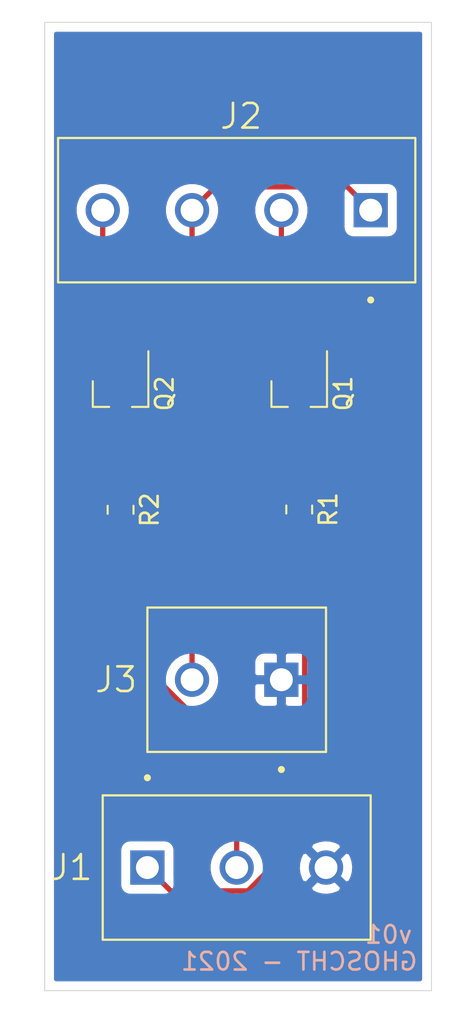
<source format=kicad_pcb>
(kicad_pcb (version 20171130) (host pcbnew "(5.1.10)-1")

  (general
    (thickness 1.6)
    (drawings 6)
    (tracks 20)
    (zones 0)
    (modules 7)
    (nets 9)
  )

  (page A4)
  (title_block
    (title "LED Module")
    (date 2021-08-19)
    (rev v01)
    (comment 4 "Author: GHOSCHT")
  )

  (layers
    (0 F.Cu signal)
    (31 B.Cu signal)
    (32 B.Adhes user)
    (33 F.Adhes user)
    (34 B.Paste user)
    (35 F.Paste user)
    (36 B.SilkS user)
    (37 F.SilkS user)
    (38 B.Mask user)
    (39 F.Mask user)
    (40 Dwgs.User user)
    (41 Cmts.User user)
    (42 Eco1.User user)
    (43 Eco2.User user)
    (44 Edge.Cuts user)
    (45 Margin user)
    (46 B.CrtYd user)
    (47 F.CrtYd user)
    (48 B.Fab user)
    (49 F.Fab user)
  )

  (setup
    (last_trace_width 0.25)
    (user_trace_width 0.3)
    (trace_clearance 0.2)
    (zone_clearance 0.508)
    (zone_45_only no)
    (trace_min 0.2)
    (via_size 0.8)
    (via_drill 0.4)
    (via_min_size 0.4)
    (via_min_drill 0.3)
    (uvia_size 0.3)
    (uvia_drill 0.1)
    (uvias_allowed no)
    (uvia_min_size 0.2)
    (uvia_min_drill 0.1)
    (edge_width 0.05)
    (segment_width 0.2)
    (pcb_text_width 0.3)
    (pcb_text_size 1.5 1.5)
    (mod_edge_width 0.12)
    (mod_text_size 1 1)
    (mod_text_width 0.15)
    (pad_size 1.524 1.524)
    (pad_drill 0.762)
    (pad_to_mask_clearance 0)
    (aux_axis_origin 0 0)
    (visible_elements 7FFFFFFF)
    (pcbplotparams
      (layerselection 0x010fc_ffffffff)
      (usegerberextensions false)
      (usegerberattributes true)
      (usegerberadvancedattributes true)
      (creategerberjobfile true)
      (excludeedgelayer true)
      (linewidth 0.100000)
      (plotframeref false)
      (viasonmask false)
      (mode 1)
      (useauxorigin false)
      (hpglpennumber 1)
      (hpglpenspeed 20)
      (hpglpendiameter 15.000000)
      (psnegative false)
      (psa4output false)
      (plotreference true)
      (plotvalue true)
      (plotinvisibletext false)
      (padsonsilk false)
      (subtractmaskfromsilk false)
      (outputformat 1)
      (mirror false)
      (drillshape 1)
      (scaleselection 1)
      (outputdirectory ""))
  )

  (net 0 "")
  (net 1 "Net-(Q1-Pad1)")
  (net 2 "Net-(Q2-Pad1)")
  (net 3 SIG1)
  (net 4 SIG2)
  (net 5 GND)
  (net 6 VCC)
  (net 7 LED1N)
  (net 8 LED2N)

  (net_class Default "This is the default net class."
    (clearance 0.2)
    (trace_width 0.25)
    (via_dia 0.8)
    (via_drill 0.4)
    (uvia_dia 0.3)
    (uvia_drill 0.1)
    (add_net GND)
    (add_net LED1N)
    (add_net LED2N)
    (add_net "Net-(Q1-Pad1)")
    (add_net "Net-(Q2-Pad1)")
    (add_net SIG1)
    (add_net SIG2)
    (add_net VCC)
  )

  (module CUI_TB006-508-03BE:CUI_TB006-508-03BE (layer F.Cu) (tedit 6113F46A) (tstamp 611C5DC1)
    (at 142.494 94.742)
    (path /611C0292)
    (fp_text reference J1 (at -4.318 0) (layer F.SilkS)
      (effects (font (size 1.4 1.4) (thickness 0.15)))
    )
    (fp_text value Screw_Terminal_01x03 (at 4.826 5.842) (layer F.Fab)
      (effects (font (size 1.4 1.4) (thickness 0.15)))
    )
    (fp_circle (center 0 -5.1) (end 0.1 -5.1) (layer F.Fab) (width 0.2))
    (fp_circle (center 0 -5.1) (end 0.1 -5.1) (layer F.SilkS) (width 0.2))
    (fp_line (start 12.95 -4.35) (end 12.95 4.35) (layer F.CrtYd) (width 0.05))
    (fp_line (start -2.79 4.35) (end -2.79 -4.35) (layer F.CrtYd) (width 0.05))
    (fp_line (start 12.95 4.35) (end -2.79 4.35) (layer F.CrtYd) (width 0.05))
    (fp_line (start -2.79 -4.35) (end 12.95 -4.35) (layer F.CrtYd) (width 0.05))
    (fp_line (start 12.7 4.1) (end -2.54 4.1) (layer F.SilkS) (width 0.127))
    (fp_line (start -2.54 -4.1) (end 12.7 -4.1) (layer F.SilkS) (width 0.127))
    (fp_line (start 12.7 -4.1) (end 12.7 4.1) (layer F.SilkS) (width 0.127))
    (fp_line (start -2.54 4.1) (end -2.54 -4.1) (layer F.SilkS) (width 0.127))
    (fp_line (start 12.7 4.1) (end -2.54 4.1) (layer F.Fab) (width 0.127))
    (fp_line (start 12.7 -4.1) (end 12.7 4.1) (layer F.Fab) (width 0.127))
    (fp_line (start -2.54 -4.1) (end 12.7 -4.1) (layer F.Fab) (width 0.127))
    (fp_line (start -2.54 4.1) (end -2.54 -4.1) (layer F.Fab) (width 0.127))
    (pad 1 thru_hole rect (at 0 0) (size 1.95 1.95) (drill 1.3) (layers *.Cu *.Mask)
      (net 3 SIG1))
    (pad 2 thru_hole circle (at 5.08 0) (size 1.95 1.95) (drill 1.3) (layers *.Cu *.Mask)
      (net 4 SIG2))
    (pad 3 thru_hole circle (at 10.16 0) (size 1.95 1.95) (drill 1.3) (layers *.Cu *.Mask)
      (net 5 GND))
    (model ${KIPRJMOD}/Libraries/CUI_TB006-508-03BE.models/TB006-508-03BE.step
      (at (xyz 0 0 0))
      (scale (xyz 1 1 1))
      (rotate (xyz -90 0 0))
    )
  )

  (module CUI_TB006-508-04BE:CUI_TB006-508-04BE (layer F.Cu) (tedit 611C0388) (tstamp 611C611E)
    (at 155.194 57.404 180)
    (path /611C148E)
    (fp_text reference J2 (at 7.366 5.334) (layer F.SilkS)
      (effects (font (size 1.4 1.4) (thickness 0.15)))
    )
    (fp_text value Screw_Terminal_01x04 (at 7.62 -5.08) (layer F.Fab)
      (effects (font (size 1.4 1.4) (thickness 0.15)))
    )
    (fp_line (start -2.54 4.1) (end -2.54 -4.1) (layer F.Fab) (width 0.127))
    (fp_line (start -2.54 -4.1) (end 17.78 -4.1) (layer F.Fab) (width 0.127))
    (fp_line (start 17.78 -4.1) (end 17.78 4.1) (layer F.Fab) (width 0.127))
    (fp_line (start 17.78 4.1) (end -2.54 4.1) (layer F.Fab) (width 0.127))
    (fp_line (start -2.54 4.1) (end -2.54 -4.1) (layer F.SilkS) (width 0.127))
    (fp_line (start 17.78 -4.1) (end 17.78 4.1) (layer F.SilkS) (width 0.127))
    (fp_line (start -2.54 -4.1) (end 17.78 -4.1) (layer F.SilkS) (width 0.127))
    (fp_line (start 17.78 4.1) (end -2.54 4.1) (layer F.SilkS) (width 0.127))
    (fp_line (start -2.79 -4.35) (end 18.03 -4.35) (layer F.CrtYd) (width 0.05))
    (fp_line (start 18.03 4.35) (end -2.79 4.35) (layer F.CrtYd) (width 0.05))
    (fp_line (start -2.79 4.35) (end -2.79 -4.35) (layer F.CrtYd) (width 0.05))
    (fp_line (start 18.03 -4.35) (end 18.03 4.35) (layer F.CrtYd) (width 0.05))
    (fp_circle (center 0 -5.1) (end 0.1 -5.1) (layer F.SilkS) (width 0.2))
    (fp_circle (center 0 -5.1) (end 0.1 -5.1) (layer F.Fab) (width 0.2))
    (pad 1 thru_hole rect (at 0 0 180) (size 1.95 1.95) (drill 1.3) (layers *.Cu *.Mask)
      (net 6 VCC))
    (pad 2 thru_hole circle (at 5.08 0 180) (size 1.95 1.95) (drill 1.3) (layers *.Cu *.Mask)
      (net 7 LED1N))
    (pad 3 thru_hole circle (at 10.16 0 180) (size 1.95 1.95) (drill 1.3) (layers *.Cu *.Mask)
      (net 6 VCC))
    (pad 4 thru_hole circle (at 15.24 0 180) (size 1.95 1.95) (drill 1.3) (layers *.Cu *.Mask)
      (net 8 LED2N))
    (model ${KIPRJMOD}/Libraries/CUI_TB006-508-04BE.models/CUI_DEVICES_TB006-508-04BE.step
      (offset (xyz 20.4 4 0))
      (scale (xyz 1 1 1))
      (rotate (xyz -90 0 90))
    )
  )

  (module Package_TO_SOT_SMD:SOT-23_Handsoldering (layer F.Cu) (tedit 5A0AB76C) (tstamp 611C6428)
    (at 151.13 67.818 270)
    (descr "SOT-23, Handsoldering")
    (tags SOT-23)
    (path /611C28DF)
    (attr smd)
    (fp_text reference Q1 (at 0 -2.5 90) (layer F.SilkS)
      (effects (font (size 1 1) (thickness 0.15)))
    )
    (fp_text value Q_NPN_BCE (at 0 2.5 90) (layer F.Fab)
      (effects (font (size 1 1) (thickness 0.15)))
    )
    (fp_line (start 0.76 1.58) (end 0.76 0.65) (layer F.SilkS) (width 0.12))
    (fp_line (start 0.76 -1.58) (end 0.76 -0.65) (layer F.SilkS) (width 0.12))
    (fp_line (start -2.7 -1.75) (end 2.7 -1.75) (layer F.CrtYd) (width 0.05))
    (fp_line (start 2.7 -1.75) (end 2.7 1.75) (layer F.CrtYd) (width 0.05))
    (fp_line (start 2.7 1.75) (end -2.7 1.75) (layer F.CrtYd) (width 0.05))
    (fp_line (start -2.7 1.75) (end -2.7 -1.75) (layer F.CrtYd) (width 0.05))
    (fp_line (start 0.76 -1.58) (end -2.4 -1.58) (layer F.SilkS) (width 0.12))
    (fp_line (start -0.7 -0.95) (end -0.7 1.5) (layer F.Fab) (width 0.1))
    (fp_line (start -0.15 -1.52) (end 0.7 -1.52) (layer F.Fab) (width 0.1))
    (fp_line (start -0.7 -0.95) (end -0.15 -1.52) (layer F.Fab) (width 0.1))
    (fp_line (start 0.7 -1.52) (end 0.7 1.52) (layer F.Fab) (width 0.1))
    (fp_line (start -0.7 1.52) (end 0.7 1.52) (layer F.Fab) (width 0.1))
    (fp_line (start 0.76 1.58) (end -0.7 1.58) (layer F.SilkS) (width 0.12))
    (fp_text user %R (at 0 0) (layer F.Fab)
      (effects (font (size 0.5 0.5) (thickness 0.075)))
    )
    (pad 1 smd rect (at -1.5 -0.95 270) (size 1.9 0.8) (layers F.Cu F.Paste F.Mask)
      (net 1 "Net-(Q1-Pad1)"))
    (pad 2 smd rect (at -1.5 0.95 270) (size 1.9 0.8) (layers F.Cu F.Paste F.Mask)
      (net 7 LED1N))
    (pad 3 smd rect (at 1.5 0 270) (size 1.9 0.8) (layers F.Cu F.Paste F.Mask)
      (net 5 GND))
    (model ${KISYS3DMOD}/Package_TO_SOT_SMD.3dshapes/SOT-23.wrl
      (at (xyz 0 0 0))
      (scale (xyz 1 1 1))
      (rotate (xyz 0 0 0))
    )
  )

  (module Package_TO_SOT_SMD:SOT-23_Handsoldering (layer F.Cu) (tedit 5A0AB76C) (tstamp 611C643D)
    (at 140.97 67.818 270)
    (descr "SOT-23, Handsoldering")
    (tags SOT-23)
    (path /611C3B1E)
    (attr smd)
    (fp_text reference Q2 (at 0 -2.5 90) (layer F.SilkS)
      (effects (font (size 1 1) (thickness 0.15)))
    )
    (fp_text value Q_NPN_BCE (at 0 2.5 90) (layer F.Fab)
      (effects (font (size 1 1) (thickness 0.15)))
    )
    (fp_line (start 0.76 1.58) (end -0.7 1.58) (layer F.SilkS) (width 0.12))
    (fp_line (start -0.7 1.52) (end 0.7 1.52) (layer F.Fab) (width 0.1))
    (fp_line (start 0.7 -1.52) (end 0.7 1.52) (layer F.Fab) (width 0.1))
    (fp_line (start -0.7 -0.95) (end -0.15 -1.52) (layer F.Fab) (width 0.1))
    (fp_line (start -0.15 -1.52) (end 0.7 -1.52) (layer F.Fab) (width 0.1))
    (fp_line (start -0.7 -0.95) (end -0.7 1.5) (layer F.Fab) (width 0.1))
    (fp_line (start 0.76 -1.58) (end -2.4 -1.58) (layer F.SilkS) (width 0.12))
    (fp_line (start -2.7 1.75) (end -2.7 -1.75) (layer F.CrtYd) (width 0.05))
    (fp_line (start 2.7 1.75) (end -2.7 1.75) (layer F.CrtYd) (width 0.05))
    (fp_line (start 2.7 -1.75) (end 2.7 1.75) (layer F.CrtYd) (width 0.05))
    (fp_line (start -2.7 -1.75) (end 2.7 -1.75) (layer F.CrtYd) (width 0.05))
    (fp_line (start 0.76 -1.58) (end 0.76 -0.65) (layer F.SilkS) (width 0.12))
    (fp_line (start 0.76 1.58) (end 0.76 0.65) (layer F.SilkS) (width 0.12))
    (fp_text user %R (at 0 0) (layer F.Fab)
      (effects (font (size 0.5 0.5) (thickness 0.075)))
    )
    (pad 3 smd rect (at 1.5 0 270) (size 1.9 0.8) (layers F.Cu F.Paste F.Mask)
      (net 5 GND))
    (pad 2 smd rect (at -1.5 0.95 270) (size 1.9 0.8) (layers F.Cu F.Paste F.Mask)
      (net 8 LED2N))
    (pad 1 smd rect (at -1.5 -0.95 270) (size 1.9 0.8) (layers F.Cu F.Paste F.Mask)
      (net 2 "Net-(Q2-Pad1)"))
    (model ${KISYS3DMOD}/Package_TO_SOT_SMD.3dshapes/SOT-23.wrl
      (at (xyz 0 0 0))
      (scale (xyz 1 1 1))
      (rotate (xyz 0 0 0))
    )
  )

  (module CUI_TB006-508-02BE:CUI_TB006-508-02BE (layer F.Cu) (tedit 611C079C) (tstamp 611C65CD)
    (at 150.114 84.074 180)
    (path /611DE627)
    (fp_text reference J3 (at 9.398 0) (layer F.SilkS)
      (effects (font (size 1.4 1.4) (thickness 0.15)))
    )
    (fp_text value Screw_Terminal_01x02 (at 2.54 5.334) (layer F.Fab)
      (effects (font (size 1.4 1.4) (thickness 0.15)))
    )
    (fp_circle (center 0 -5.1) (end 0.1 -5.1) (layer F.Fab) (width 0.2))
    (fp_circle (center 0 -5.1) (end 0.1 -5.1) (layer F.SilkS) (width 0.2))
    (fp_line (start 7.87 -4.35) (end 7.87 4.35) (layer F.CrtYd) (width 0.05))
    (fp_line (start -2.79 4.35) (end -2.79 -4.35) (layer F.CrtYd) (width 0.05))
    (fp_line (start 7.87 4.35) (end -2.79 4.35) (layer F.CrtYd) (width 0.05))
    (fp_line (start -2.79 -4.35) (end 7.87 -4.35) (layer F.CrtYd) (width 0.05))
    (fp_line (start 7.62 4.1) (end -2.54 4.1) (layer F.SilkS) (width 0.127))
    (fp_line (start -2.54 -4.1) (end 7.62 -4.1) (layer F.SilkS) (width 0.127))
    (fp_line (start 7.62 -4.1) (end 7.62 4.1) (layer F.SilkS) (width 0.127))
    (fp_line (start -2.54 4.1) (end -2.54 -4.1) (layer F.SilkS) (width 0.127))
    (fp_line (start 7.62 4.1) (end -2.54 4.1) (layer F.Fab) (width 0.127))
    (fp_line (start 7.62 -4.1) (end 7.62 4.1) (layer F.Fab) (width 0.127))
    (fp_line (start -2.54 -4.1) (end 7.62 -4.1) (layer F.Fab) (width 0.127))
    (fp_line (start -2.54 4.1) (end -2.54 -4.1) (layer F.Fab) (width 0.127))
    (pad 1 thru_hole rect (at 0 0 180) (size 1.95 1.95) (drill 1.3) (layers *.Cu *.Mask)
      (net 5 GND))
    (pad 2 thru_hole circle (at 5.08 0 180) (size 1.95 1.95) (drill 1.3) (layers *.Cu *.Mask)
      (net 6 VCC))
    (model ${KIPRJMOD}/Libraries/CUI_TB006-508-02BE.models/CUI_DEVICES_TB006-508-02BE.step
      (offset (xyz 10.15 4.1 0))
      (scale (xyz 1 1 1))
      (rotate (xyz -90 0 90))
    )
  )

  (module Resistor_SMD:R_0805_2012Metric_Pad1.20x1.40mm_HandSolder (layer F.Cu) (tedit 5F68FEEE) (tstamp 611F11E0)
    (at 151.13 74.406 270)
    (descr "Resistor SMD 0805 (2012 Metric), square (rectangular) end terminal, IPC_7351 nominal with elongated pad for handsoldering. (Body size source: IPC-SM-782 page 72, https://www.pcb-3d.com/wordpress/wp-content/uploads/ipc-sm-782a_amendment_1_and_2.pdf), generated with kicad-footprint-generator")
    (tags "resistor handsolder")
    (path /611DFF5B)
    (attr smd)
    (fp_text reference R1 (at 0 -1.65 90) (layer F.SilkS)
      (effects (font (size 1 1) (thickness 0.15)))
    )
    (fp_text value 470 (at 0 1.65 90) (layer F.Fab)
      (effects (font (size 1 1) (thickness 0.15)))
    )
    (fp_line (start 1.85 0.95) (end -1.85 0.95) (layer F.CrtYd) (width 0.05))
    (fp_line (start 1.85 -0.95) (end 1.85 0.95) (layer F.CrtYd) (width 0.05))
    (fp_line (start -1.85 -0.95) (end 1.85 -0.95) (layer F.CrtYd) (width 0.05))
    (fp_line (start -1.85 0.95) (end -1.85 -0.95) (layer F.CrtYd) (width 0.05))
    (fp_line (start -0.227064 0.735) (end 0.227064 0.735) (layer F.SilkS) (width 0.12))
    (fp_line (start -0.227064 -0.735) (end 0.227064 -0.735) (layer F.SilkS) (width 0.12))
    (fp_line (start 1 0.625) (end -1 0.625) (layer F.Fab) (width 0.1))
    (fp_line (start 1 -0.625) (end 1 0.625) (layer F.Fab) (width 0.1))
    (fp_line (start -1 -0.625) (end 1 -0.625) (layer F.Fab) (width 0.1))
    (fp_line (start -1 0.625) (end -1 -0.625) (layer F.Fab) (width 0.1))
    (fp_text user %R (at 0 0 90) (layer F.Fab)
      (effects (font (size 0.5 0.5) (thickness 0.08)))
    )
    (pad 1 smd roundrect (at -1 0 270) (size 1.2 1.4) (layers F.Cu F.Paste F.Mask) (roundrect_rratio 0.208333)
      (net 1 "Net-(Q1-Pad1)"))
    (pad 2 smd roundrect (at 1 0 270) (size 1.2 1.4) (layers F.Cu F.Paste F.Mask) (roundrect_rratio 0.208333)
      (net 3 SIG1))
    (model ${KISYS3DMOD}/Resistor_SMD.3dshapes/R_0805_2012Metric.wrl
      (at (xyz 0 0 0))
      (scale (xyz 1 1 1))
      (rotate (xyz 0 0 0))
    )
  )

  (module Resistor_SMD:R_0805_2012Metric_Pad1.20x1.40mm_HandSolder (layer F.Cu) (tedit 5F68FEEE) (tstamp 611C65EF)
    (at 140.97 74.422 270)
    (descr "Resistor SMD 0805 (2012 Metric), square (rectangular) end terminal, IPC_7351 nominal with elongated pad for handsoldering. (Body size source: IPC-SM-782 page 72, https://www.pcb-3d.com/wordpress/wp-content/uploads/ipc-sm-782a_amendment_1_and_2.pdf), generated with kicad-footprint-generator")
    (tags "resistor handsolder")
    (path /611E2082)
    (attr smd)
    (fp_text reference R2 (at 0 -1.65 90) (layer F.SilkS)
      (effects (font (size 1 1) (thickness 0.15)))
    )
    (fp_text value 470 (at 0 1.65 90) (layer F.Fab)
      (effects (font (size 1 1) (thickness 0.15)))
    )
    (fp_line (start -1 0.625) (end -1 -0.625) (layer F.Fab) (width 0.1))
    (fp_line (start -1 -0.625) (end 1 -0.625) (layer F.Fab) (width 0.1))
    (fp_line (start 1 -0.625) (end 1 0.625) (layer F.Fab) (width 0.1))
    (fp_line (start 1 0.625) (end -1 0.625) (layer F.Fab) (width 0.1))
    (fp_line (start -0.227064 -0.735) (end 0.227064 -0.735) (layer F.SilkS) (width 0.12))
    (fp_line (start -0.227064 0.735) (end 0.227064 0.735) (layer F.SilkS) (width 0.12))
    (fp_line (start -1.85 0.95) (end -1.85 -0.95) (layer F.CrtYd) (width 0.05))
    (fp_line (start -1.85 -0.95) (end 1.85 -0.95) (layer F.CrtYd) (width 0.05))
    (fp_line (start 1.85 -0.95) (end 1.85 0.95) (layer F.CrtYd) (width 0.05))
    (fp_line (start 1.85 0.95) (end -1.85 0.95) (layer F.CrtYd) (width 0.05))
    (fp_text user %R (at 0 0 90) (layer F.Fab)
      (effects (font (size 0.5 0.5) (thickness 0.08)))
    )
    (pad 2 smd roundrect (at 1 0 270) (size 1.2 1.4) (layers F.Cu F.Paste F.Mask) (roundrect_rratio 0.208333)
      (net 4 SIG2))
    (pad 1 smd roundrect (at -1 0 270) (size 1.2 1.4) (layers F.Cu F.Paste F.Mask) (roundrect_rratio 0.208333)
      (net 2 "Net-(Q2-Pad1)"))
    (model ${KISYS3DMOD}/Resistor_SMD.3dshapes/R_0805_2012Metric.wrl
      (at (xyz 0 0 0))
      (scale (xyz 1 1 1))
      (rotate (xyz 0 0 0))
    )
  )

  (gr_text "GHOSCHT - 2021" (at 151.13 100.076) (layer B.SilkS) (tstamp 611F14EE)
    (effects (font (size 1 1) (thickness 0.15)) (justify mirror))
  )
  (gr_text v01 (at 156.21 98.552) (layer B.SilkS)
    (effects (font (size 1 1) (thickness 0.15)) (justify mirror))
  )
  (gr_line (start 136.652 101.736) (end 158.652 101.736) (layer Edge.Cuts) (width 0.05) (tstamp 611F0E3F))
  (gr_line (start 158.652 46.736) (end 158.652 101.736) (layer Edge.Cuts) (width 0.05) (tstamp 611F0E39))
  (gr_line (start 136.652 46.736) (end 136.652 101.736) (layer Edge.Cuts) (width 0.05))
  (gr_line (start 136.652 46.736) (end 158.652 46.736) (layer Edge.Cuts) (width 0.05))

  (segment (start 152.08 72.456) (end 151.13 73.406) (width 0.3) (layer F.Cu) (net 1))
  (segment (start 152.08 66.318) (end 152.08 72.456) (width 0.3) (layer F.Cu) (net 1))
  (segment (start 141.92 72.472) (end 140.97 73.422) (width 0.3) (layer F.Cu) (net 2))
  (segment (start 141.92 66.318) (end 141.92 72.472) (width 0.3) (layer F.Cu) (net 2))
  (segment (start 151.439001 75.715001) (end 151.13 75.406) (width 0.3) (layer F.Cu) (net 3))
  (segment (start 151.439001 92.838001) (end 151.439001 75.715001) (width 0.3) (layer F.Cu) (net 3))
  (segment (start 143.819001 96.067001) (end 148.210001 96.067001) (width 0.3) (layer F.Cu) (net 3))
  (segment (start 148.210001 96.067001) (end 151.439001 92.838001) (width 0.3) (layer F.Cu) (net 3))
  (segment (start 142.494 94.742) (end 143.819001 96.067001) (width 0.3) (layer F.Cu) (net 3))
  (segment (start 147.574 88.575002) (end 147.574 94.742) (width 0.3) (layer F.Cu) (net 4))
  (segment (start 140.97 81.971002) (end 147.574 88.575002) (width 0.3) (layer F.Cu) (net 4))
  (segment (start 140.97 75.422) (end 140.97 81.971002) (width 0.3) (layer F.Cu) (net 4))
  (segment (start 145.034 84.074) (end 145.034 57.404) (width 0.3) (layer F.Cu) (net 6))
  (segment (start 146.359001 56.078999) (end 145.034 57.404) (width 0.3) (layer F.Cu) (net 6))
  (segment (start 153.868999 56.078999) (end 146.359001 56.078999) (width 0.3) (layer F.Cu) (net 6))
  (segment (start 155.194 57.404) (end 153.868999 56.078999) (width 0.3) (layer F.Cu) (net 6))
  (segment (start 150.114 66.252) (end 150.18 66.318) (width 0.3) (layer F.Cu) (net 7))
  (segment (start 150.114 57.404) (end 150.114 66.252) (width 0.3) (layer F.Cu) (net 7))
  (segment (start 139.954 66.252) (end 140.02 66.318) (width 0.3) (layer F.Cu) (net 8))
  (segment (start 139.954 57.404) (end 139.954 66.252) (width 0.3) (layer F.Cu) (net 8))

  (zone (net 5) (net_name GND) (layer F.Cu) (tstamp 0) (hatch edge 0.508)
    (connect_pads (clearance 0.508))
    (min_thickness 0.254)
    (fill (arc_segments 32) (thermal_gap 0.508) (thermal_bridge_width 0.508))
    (polygon
      (pts
        (xy 160.274 103.632) (xy 134.112 103.632) (xy 134.112 45.72) (xy 160.274 45.72)
      )
    )
    (filled_polygon
      (pts
        (xy 157.992001 101.076) (xy 137.312 101.076) (xy 137.312 70.268) (xy 139.931928 70.268) (xy 139.944188 70.392482)
        (xy 139.980498 70.51218) (xy 140.039463 70.622494) (xy 140.118815 70.719185) (xy 140.215506 70.798537) (xy 140.32582 70.857502)
        (xy 140.445518 70.893812) (xy 140.57 70.906072) (xy 140.68425 70.903) (xy 140.843 70.74425) (xy 140.843 69.445)
        (xy 140.09375 69.445) (xy 139.935 69.60375) (xy 139.931928 70.268) (xy 137.312 70.268) (xy 137.312 57.245429)
        (xy 138.344 57.245429) (xy 138.344 57.562571) (xy 138.405871 57.87362) (xy 138.527237 58.166621) (xy 138.703431 58.430315)
        (xy 138.927685 58.654569) (xy 139.169 58.81581) (xy 139.169001 64.916662) (xy 139.168815 64.916815) (xy 139.089463 65.013506)
        (xy 139.030498 65.12382) (xy 138.994188 65.243518) (xy 138.981928 65.368) (xy 138.981928 67.268) (xy 138.994188 67.392482)
        (xy 139.030498 67.51218) (xy 139.089463 67.622494) (xy 139.168815 67.719185) (xy 139.265506 67.798537) (xy 139.37582 67.857502)
        (xy 139.495518 67.893812) (xy 139.62 67.906072) (xy 140.131905 67.906072) (xy 140.118815 67.916815) (xy 140.039463 68.013506)
        (xy 139.980498 68.12382) (xy 139.944188 68.243518) (xy 139.931928 68.368) (xy 139.935 69.03225) (xy 140.09375 69.191)
        (xy 140.843 69.191) (xy 140.843 67.89175) (xy 140.758393 67.807143) (xy 140.774494 67.798537) (xy 140.871185 67.719185)
        (xy 140.950537 67.622494) (xy 140.97 67.586082) (xy 140.989463 67.622494) (xy 141.068815 67.719185) (xy 141.135 67.773502)
        (xy 141.135 67.85375) (xy 141.097 67.89175) (xy 141.097 69.191) (xy 141.117 69.191) (xy 141.117 69.445)
        (xy 141.097 69.445) (xy 141.097 70.74425) (xy 141.135001 70.782251) (xy 141.135001 72.146842) (xy 141.097915 72.183928)
        (xy 140.519999 72.183928) (xy 140.346745 72.200992) (xy 140.180149 72.251528) (xy 140.026613 72.333595) (xy 139.892038 72.444038)
        (xy 139.781595 72.578613) (xy 139.699528 72.732149) (xy 139.648992 72.898745) (xy 139.631928 73.071999) (xy 139.631928 73.772001)
        (xy 139.648992 73.945255) (xy 139.699528 74.111851) (xy 139.781595 74.265387) (xy 139.892038 74.399962) (xy 139.918891 74.422)
        (xy 139.892038 74.444038) (xy 139.781595 74.578613) (xy 139.699528 74.732149) (xy 139.648992 74.898745) (xy 139.631928 75.071999)
        (xy 139.631928 75.772001) (xy 139.648992 75.945255) (xy 139.699528 76.111851) (xy 139.781595 76.265387) (xy 139.892038 76.399962)
        (xy 140.026613 76.510405) (xy 140.180149 76.592472) (xy 140.185 76.593944) (xy 140.185001 81.932439) (xy 140.181203 81.971002)
        (xy 140.196359 82.124888) (xy 140.241246 82.272861) (xy 140.241247 82.272862) (xy 140.314139 82.409235) (xy 140.35469 82.458646)
        (xy 140.387655 82.498814) (xy 140.387659 82.498818) (xy 140.412237 82.528766) (xy 140.442185 82.553344) (xy 146.789 88.90016)
        (xy 146.789001 93.33019) (xy 146.547685 93.491431) (xy 146.323431 93.715685) (xy 146.147237 93.979379) (xy 146.025871 94.27238)
        (xy 145.964 94.583429) (xy 145.964 94.900571) (xy 146.025871 95.21162) (xy 146.055024 95.282001) (xy 144.144159 95.282001)
        (xy 144.107072 95.244914) (xy 144.107072 93.767) (xy 144.094812 93.642518) (xy 144.058502 93.52282) (xy 143.999537 93.412506)
        (xy 143.920185 93.315815) (xy 143.823494 93.236463) (xy 143.71318 93.177498) (xy 143.593482 93.141188) (xy 143.469 93.128928)
        (xy 141.519 93.128928) (xy 141.394518 93.141188) (xy 141.27482 93.177498) (xy 141.164506 93.236463) (xy 141.067815 93.315815)
        (xy 140.988463 93.412506) (xy 140.929498 93.52282) (xy 140.893188 93.642518) (xy 140.880928 93.767) (xy 140.880928 95.717)
        (xy 140.893188 95.841482) (xy 140.929498 95.96118) (xy 140.988463 96.071494) (xy 141.067815 96.168185) (xy 141.164506 96.247537)
        (xy 141.27482 96.306502) (xy 141.394518 96.342812) (xy 141.519 96.355072) (xy 142.996914 96.355072) (xy 143.236659 96.594817)
        (xy 143.261237 96.624765) (xy 143.291185 96.649343) (xy 143.291188 96.649346) (xy 143.32056 96.673451) (xy 143.380768 96.722863)
        (xy 143.517141 96.795755) (xy 143.630673 96.830195) (xy 143.665113 96.840642) (xy 143.679491 96.842058) (xy 143.78044 96.852001)
        (xy 143.780447 96.852001) (xy 143.819 96.855798) (xy 143.857553 96.852001) (xy 148.171448 96.852001) (xy 148.210001 96.855798)
        (xy 148.248554 96.852001) (xy 148.248562 96.852001) (xy 148.363888 96.840642) (xy 148.511861 96.795755) (xy 148.648234 96.722863)
        (xy 148.767765 96.624765) (xy 148.792348 96.594811) (xy 149.527575 95.859584) (xy 151.716021 95.859584) (xy 151.808766 96.121429)
        (xy 152.09412 96.25982) (xy 152.40099 96.339883) (xy 152.717584 96.35854) (xy 153.031733 96.315074) (xy 153.331367 96.211156)
        (xy 153.499234 96.121429) (xy 153.591979 95.859584) (xy 152.654 94.921605) (xy 151.716021 95.859584) (xy 149.527575 95.859584)
        (xy 151.111873 94.275286) (xy 151.056117 94.48899) (xy 151.03746 94.805584) (xy 151.080926 95.119733) (xy 151.184844 95.419367)
        (xy 151.274571 95.587234) (xy 151.536416 95.679979) (xy 152.474395 94.742) (xy 152.833605 94.742) (xy 153.771584 95.679979)
        (xy 154.033429 95.587234) (xy 154.17182 95.30188) (xy 154.251883 94.99501) (xy 154.27054 94.678416) (xy 154.227074 94.364267)
        (xy 154.123156 94.064633) (xy 154.033429 93.896766) (xy 153.771584 93.804021) (xy 152.833605 94.742) (xy 152.474395 94.742)
        (xy 152.460253 94.727858) (xy 152.639858 94.548253) (xy 152.654 94.562395) (xy 153.591979 93.624416) (xy 153.499234 93.362571)
        (xy 153.21388 93.22418) (xy 152.90701 93.144117) (xy 152.590416 93.12546) (xy 152.276267 93.168926) (xy 152.123992 93.221738)
        (xy 152.167755 93.139861) (xy 152.17014 93.132) (xy 152.212643 92.991888) (xy 152.220021 92.916975) (xy 152.224001 92.876562)
        (xy 152.224001 92.876557) (xy 152.227798 92.838001) (xy 152.224001 92.799445) (xy 152.224001 76.364418) (xy 152.318405 76.249387)
        (xy 152.400472 76.095851) (xy 152.451008 75.929255) (xy 152.468072 75.756001) (xy 152.468072 75.055999) (xy 152.451008 74.882745)
        (xy 152.400472 74.716149) (xy 152.318405 74.562613) (xy 152.207962 74.428038) (xy 152.181109 74.406) (xy 152.207962 74.383962)
        (xy 152.318405 74.249387) (xy 152.400472 74.095851) (xy 152.451008 73.929255) (xy 152.468072 73.756001) (xy 152.468072 73.178085)
        (xy 152.60781 73.038347) (xy 152.637764 73.013764) (xy 152.735862 72.894233) (xy 152.808754 72.75786) (xy 152.821407 72.716149)
        (xy 152.853642 72.609887) (xy 152.863424 72.510561) (xy 152.865 72.494561) (xy 152.865 72.494556) (xy 152.868797 72.456)
        (xy 152.865 72.417444) (xy 152.865 67.773501) (xy 152.931185 67.719185) (xy 153.010537 67.622494) (xy 153.069502 67.51218)
        (xy 153.105812 67.392482) (xy 153.118072 67.268) (xy 153.118072 65.368) (xy 153.105812 65.243518) (xy 153.069502 65.12382)
        (xy 153.010537 65.013506) (xy 152.931185 64.916815) (xy 152.834494 64.837463) (xy 152.72418 64.778498) (xy 152.604482 64.742188)
        (xy 152.48 64.729928) (xy 151.68 64.729928) (xy 151.555518 64.742188) (xy 151.43582 64.778498) (xy 151.325506 64.837463)
        (xy 151.228815 64.916815) (xy 151.149463 65.013506) (xy 151.13 65.049918) (xy 151.110537 65.013506) (xy 151.031185 64.916815)
        (xy 150.934494 64.837463) (xy 150.899 64.818491) (xy 150.899 58.81581) (xy 151.140315 58.654569) (xy 151.364569 58.430315)
        (xy 151.540763 58.166621) (xy 151.662129 57.87362) (xy 151.724 57.562571) (xy 151.724 57.245429) (xy 151.662129 56.93438)
        (xy 151.632976 56.863999) (xy 153.543842 56.863999) (xy 153.580928 56.901085) (xy 153.580928 58.379) (xy 153.593188 58.503482)
        (xy 153.629498 58.62318) (xy 153.688463 58.733494) (xy 153.767815 58.830185) (xy 153.864506 58.909537) (xy 153.97482 58.968502)
        (xy 154.094518 59.004812) (xy 154.219 59.017072) (xy 156.169 59.017072) (xy 156.293482 59.004812) (xy 156.41318 58.968502)
        (xy 156.523494 58.909537) (xy 156.620185 58.830185) (xy 156.699537 58.733494) (xy 156.758502 58.62318) (xy 156.794812 58.503482)
        (xy 156.807072 58.379) (xy 156.807072 56.429) (xy 156.794812 56.304518) (xy 156.758502 56.18482) (xy 156.699537 56.074506)
        (xy 156.620185 55.977815) (xy 156.523494 55.898463) (xy 156.41318 55.839498) (xy 156.293482 55.803188) (xy 156.169 55.790928)
        (xy 154.691085 55.790928) (xy 154.451346 55.551189) (xy 154.426763 55.521235) (xy 154.307232 55.423137) (xy 154.170859 55.350245)
        (xy 154.022886 55.305358) (xy 153.90756 55.293999) (xy 153.907552 55.293999) (xy 153.868999 55.290202) (xy 153.830446 55.293999)
        (xy 146.397553 55.293999) (xy 146.359 55.290202) (xy 146.320447 55.293999) (xy 146.32044 55.293999) (xy 146.219491 55.303942)
        (xy 146.205113 55.305358) (xy 146.170673 55.315805) (xy 146.057141 55.350245) (xy 145.920768 55.423137) (xy 145.86056 55.472549)
        (xy 145.831188 55.496654) (xy 145.831185 55.496657) (xy 145.801237 55.521235) (xy 145.776659 55.551183) (xy 145.477222 55.85062)
        (xy 145.192571 55.794) (xy 144.875429 55.794) (xy 144.56438 55.855871) (xy 144.271379 55.977237) (xy 144.007685 56.153431)
        (xy 143.783431 56.377685) (xy 143.607237 56.641379) (xy 143.485871 56.93438) (xy 143.424 57.245429) (xy 143.424 57.562571)
        (xy 143.485871 57.87362) (xy 143.607237 58.166621) (xy 143.783431 58.430315) (xy 144.007685 58.654569) (xy 144.249001 58.815811)
        (xy 144.249 82.66219) (xy 144.007685 82.823431) (xy 143.783431 83.047685) (xy 143.607237 83.311379) (xy 143.552553 83.443397)
        (xy 141.755 81.645845) (xy 141.755 76.593944) (xy 141.759851 76.592472) (xy 141.913387 76.510405) (xy 142.047962 76.399962)
        (xy 142.158405 76.265387) (xy 142.240472 76.111851) (xy 142.291008 75.945255) (xy 142.308072 75.772001) (xy 142.308072 75.071999)
        (xy 142.291008 74.898745) (xy 142.240472 74.732149) (xy 142.158405 74.578613) (xy 142.047962 74.444038) (xy 142.021109 74.422)
        (xy 142.047962 74.399962) (xy 142.158405 74.265387) (xy 142.240472 74.111851) (xy 142.291008 73.945255) (xy 142.308072 73.772001)
        (xy 142.308072 73.194085) (xy 142.44781 73.054347) (xy 142.477764 73.029764) (xy 142.575862 72.910233) (xy 142.648754 72.77386)
        (xy 142.661407 72.732149) (xy 142.693642 72.625887) (xy 142.70102 72.550974) (xy 142.705 72.510561) (xy 142.705 72.510556)
        (xy 142.708797 72.472) (xy 142.705 72.433444) (xy 142.705 67.773501) (xy 142.771185 67.719185) (xy 142.850537 67.622494)
        (xy 142.909502 67.51218) (xy 142.945812 67.392482) (xy 142.958072 67.268) (xy 142.958072 65.368) (xy 142.945812 65.243518)
        (xy 142.909502 65.12382) (xy 142.850537 65.013506) (xy 142.771185 64.916815) (xy 142.674494 64.837463) (xy 142.56418 64.778498)
        (xy 142.444482 64.742188) (xy 142.32 64.729928) (xy 141.52 64.729928) (xy 141.395518 64.742188) (xy 141.27582 64.778498)
        (xy 141.165506 64.837463) (xy 141.068815 64.916815) (xy 140.989463 65.013506) (xy 140.97 65.049918) (xy 140.950537 65.013506)
        (xy 140.871185 64.916815) (xy 140.774494 64.837463) (xy 140.739 64.818491) (xy 140.739 58.81581) (xy 140.980315 58.654569)
        (xy 141.204569 58.430315) (xy 141.380763 58.166621) (xy 141.502129 57.87362) (xy 141.564 57.562571) (xy 141.564 57.245429)
        (xy 141.502129 56.93438) (xy 141.380763 56.641379) (xy 141.204569 56.377685) (xy 140.980315 56.153431) (xy 140.716621 55.977237)
        (xy 140.42362 55.855871) (xy 140.112571 55.794) (xy 139.795429 55.794) (xy 139.48438 55.855871) (xy 139.191379 55.977237)
        (xy 138.927685 56.153431) (xy 138.703431 56.377685) (xy 138.527237 56.641379) (xy 138.405871 56.93438) (xy 138.344 57.245429)
        (xy 137.312 57.245429) (xy 137.312 47.396) (xy 157.992 47.396)
      )
    )
    (filled_polygon
      (pts
        (xy 148.565871 56.93438) (xy 148.504 57.245429) (xy 148.504 57.562571) (xy 148.565871 57.87362) (xy 148.687237 58.166621)
        (xy 148.863431 58.430315) (xy 149.087685 58.654569) (xy 149.329 58.81581) (xy 149.329001 64.916662) (xy 149.328815 64.916815)
        (xy 149.249463 65.013506) (xy 149.190498 65.12382) (xy 149.154188 65.243518) (xy 149.141928 65.368) (xy 149.141928 67.268)
        (xy 149.154188 67.392482) (xy 149.190498 67.51218) (xy 149.249463 67.622494) (xy 149.328815 67.719185) (xy 149.425506 67.798537)
        (xy 149.53582 67.857502) (xy 149.655518 67.893812) (xy 149.78 67.906072) (xy 150.291905 67.906072) (xy 150.278815 67.916815)
        (xy 150.199463 68.013506) (xy 150.140498 68.12382) (xy 150.104188 68.243518) (xy 150.091928 68.368) (xy 150.095 69.03225)
        (xy 150.25375 69.191) (xy 151.003 69.191) (xy 151.003 67.89175) (xy 150.918393 67.807143) (xy 150.934494 67.798537)
        (xy 151.031185 67.719185) (xy 151.110537 67.622494) (xy 151.13 67.586082) (xy 151.149463 67.622494) (xy 151.228815 67.719185)
        (xy 151.295 67.773502) (xy 151.295 67.85375) (xy 151.257 67.89175) (xy 151.257 69.191) (xy 151.277 69.191)
        (xy 151.277 69.445) (xy 151.257 69.445) (xy 151.257 70.74425) (xy 151.295001 70.782251) (xy 151.295001 72.130842)
        (xy 151.257915 72.167928) (xy 150.679999 72.167928) (xy 150.506745 72.184992) (xy 150.340149 72.235528) (xy 150.186613 72.317595)
        (xy 150.052038 72.428038) (xy 149.941595 72.562613) (xy 149.859528 72.716149) (xy 149.808992 72.882745) (xy 149.791928 73.055999)
        (xy 149.791928 73.756001) (xy 149.808992 73.929255) (xy 149.859528 74.095851) (xy 149.941595 74.249387) (xy 150.052038 74.383962)
        (xy 150.078891 74.406) (xy 150.052038 74.428038) (xy 149.941595 74.562613) (xy 149.859528 74.716149) (xy 149.808992 74.882745)
        (xy 149.791928 75.055999) (xy 149.791928 75.756001) (xy 149.808992 75.929255) (xy 149.859528 76.095851) (xy 149.941595 76.249387)
        (xy 150.052038 76.383962) (xy 150.186613 76.494405) (xy 150.340149 76.576472) (xy 150.506745 76.627008) (xy 150.654002 76.641512)
        (xy 150.654002 82.462867) (xy 150.39975 82.464) (xy 150.241 82.62275) (xy 150.241 83.947) (xy 150.261 83.947)
        (xy 150.261 84.201) (xy 150.241 84.201) (xy 150.241 85.52525) (xy 150.39975 85.684) (xy 150.654001 85.685133)
        (xy 150.654001 92.512844) (xy 149.055447 94.111398) (xy 149.000763 93.979379) (xy 148.824569 93.715685) (xy 148.600315 93.491431)
        (xy 148.359 93.33019) (xy 148.359 88.613554) (xy 148.362797 88.575001) (xy 148.359 88.536448) (xy 148.359 88.536441)
        (xy 148.347641 88.421115) (xy 148.302754 88.273142) (xy 148.229862 88.136769) (xy 148.131764 88.017238) (xy 148.101817 87.992661)
        (xy 145.664603 85.555447) (xy 145.796621 85.500763) (xy 146.060315 85.324569) (xy 146.284569 85.100315) (xy 146.318856 85.049)
        (xy 148.500928 85.049) (xy 148.513188 85.173482) (xy 148.549498 85.29318) (xy 148.608463 85.403494) (xy 148.687815 85.500185)
        (xy 148.784506 85.579537) (xy 148.89482 85.638502) (xy 149.014518 85.674812) (xy 149.139 85.687072) (xy 149.82825 85.684)
        (xy 149.987 85.52525) (xy 149.987 84.201) (xy 148.66275 84.201) (xy 148.504 84.35975) (xy 148.500928 85.049)
        (xy 146.318856 85.049) (xy 146.460763 84.836621) (xy 146.582129 84.54362) (xy 146.644 84.232571) (xy 146.644 83.915429)
        (xy 146.582129 83.60438) (xy 146.460763 83.311379) (xy 146.318857 83.099) (xy 148.500928 83.099) (xy 148.504 83.78825)
        (xy 148.66275 83.947) (xy 149.987 83.947) (xy 149.987 82.62275) (xy 149.82825 82.464) (xy 149.139 82.460928)
        (xy 149.014518 82.473188) (xy 148.89482 82.509498) (xy 148.784506 82.568463) (xy 148.687815 82.647815) (xy 148.608463 82.744506)
        (xy 148.549498 82.85482) (xy 148.513188 82.974518) (xy 148.500928 83.099) (xy 146.318857 83.099) (xy 146.284569 83.047685)
        (xy 146.060315 82.823431) (xy 145.819 82.66219) (xy 145.819 70.268) (xy 150.091928 70.268) (xy 150.104188 70.392482)
        (xy 150.140498 70.51218) (xy 150.199463 70.622494) (xy 150.278815 70.719185) (xy 150.375506 70.798537) (xy 150.48582 70.857502)
        (xy 150.605518 70.893812) (xy 150.73 70.906072) (xy 150.84425 70.903) (xy 151.003 70.74425) (xy 151.003 69.445)
        (xy 150.25375 69.445) (xy 150.095 69.60375) (xy 150.091928 70.268) (xy 145.819 70.268) (xy 145.819 58.81581)
        (xy 146.060315 58.654569) (xy 146.284569 58.430315) (xy 146.460763 58.166621) (xy 146.582129 57.87362) (xy 146.644 57.562571)
        (xy 146.644 57.245429) (xy 146.58738 56.960778) (xy 146.684159 56.863999) (xy 148.595024 56.863999)
      )
    )
  )
  (zone (net 5) (net_name GND) (layer B.Cu) (tstamp 0) (hatch edge 0.508)
    (connect_pads (clearance 0.508))
    (min_thickness 0.254)
    (fill (arc_segments 32) (thermal_gap 0.508) (thermal_bridge_width 0.508))
    (polygon
      (pts
        (xy 160.274 103.124) (xy 135.128 103.124) (xy 135.128 45.466) (xy 160.274 45.466)
      )
    )
    (filled_polygon
      (pts
        (xy 157.992001 101.076) (xy 137.312 101.076) (xy 137.312 93.767) (xy 140.880928 93.767) (xy 140.880928 95.717)
        (xy 140.893188 95.841482) (xy 140.929498 95.96118) (xy 140.988463 96.071494) (xy 141.067815 96.168185) (xy 141.164506 96.247537)
        (xy 141.27482 96.306502) (xy 141.394518 96.342812) (xy 141.519 96.355072) (xy 143.469 96.355072) (xy 143.593482 96.342812)
        (xy 143.71318 96.306502) (xy 143.823494 96.247537) (xy 143.920185 96.168185) (xy 143.999537 96.071494) (xy 144.058502 95.96118)
        (xy 144.094812 95.841482) (xy 144.107072 95.717) (xy 144.107072 94.583429) (xy 145.964 94.583429) (xy 145.964 94.900571)
        (xy 146.025871 95.21162) (xy 146.147237 95.504621) (xy 146.323431 95.768315) (xy 146.547685 95.992569) (xy 146.811379 96.168763)
        (xy 147.10438 96.290129) (xy 147.415429 96.352) (xy 147.732571 96.352) (xy 148.04362 96.290129) (xy 148.336621 96.168763)
        (xy 148.600315 95.992569) (xy 148.7333 95.859584) (xy 151.716021 95.859584) (xy 151.808766 96.121429) (xy 152.09412 96.25982)
        (xy 152.40099 96.339883) (xy 152.717584 96.35854) (xy 153.031733 96.315074) (xy 153.331367 96.211156) (xy 153.499234 96.121429)
        (xy 153.591979 95.859584) (xy 152.654 94.921605) (xy 151.716021 95.859584) (xy 148.7333 95.859584) (xy 148.824569 95.768315)
        (xy 149.000763 95.504621) (xy 149.122129 95.21162) (xy 149.184 94.900571) (xy 149.184 94.805584) (xy 151.03746 94.805584)
        (xy 151.080926 95.119733) (xy 151.184844 95.419367) (xy 151.274571 95.587234) (xy 151.536416 95.679979) (xy 152.474395 94.742)
        (xy 152.833605 94.742) (xy 153.771584 95.679979) (xy 154.033429 95.587234) (xy 154.17182 95.30188) (xy 154.251883 94.99501)
        (xy 154.27054 94.678416) (xy 154.227074 94.364267) (xy 154.123156 94.064633) (xy 154.033429 93.896766) (xy 153.771584 93.804021)
        (xy 152.833605 94.742) (xy 152.474395 94.742) (xy 151.536416 93.804021) (xy 151.274571 93.896766) (xy 151.13618 94.18212)
        (xy 151.056117 94.48899) (xy 151.03746 94.805584) (xy 149.184 94.805584) (xy 149.184 94.583429) (xy 149.122129 94.27238)
        (xy 149.000763 93.979379) (xy 148.824569 93.715685) (xy 148.7333 93.624416) (xy 151.716021 93.624416) (xy 152.654 94.562395)
        (xy 153.591979 93.624416) (xy 153.499234 93.362571) (xy 153.21388 93.22418) (xy 152.90701 93.144117) (xy 152.590416 93.12546)
        (xy 152.276267 93.168926) (xy 151.976633 93.272844) (xy 151.808766 93.362571) (xy 151.716021 93.624416) (xy 148.7333 93.624416)
        (xy 148.600315 93.491431) (xy 148.336621 93.315237) (xy 148.04362 93.193871) (xy 147.732571 93.132) (xy 147.415429 93.132)
        (xy 147.10438 93.193871) (xy 146.811379 93.315237) (xy 146.547685 93.491431) (xy 146.323431 93.715685) (xy 146.147237 93.979379)
        (xy 146.025871 94.27238) (xy 145.964 94.583429) (xy 144.107072 94.583429) (xy 144.107072 93.767) (xy 144.094812 93.642518)
        (xy 144.058502 93.52282) (xy 143.999537 93.412506) (xy 143.920185 93.315815) (xy 143.823494 93.236463) (xy 143.71318 93.177498)
        (xy 143.593482 93.141188) (xy 143.469 93.128928) (xy 141.519 93.128928) (xy 141.394518 93.141188) (xy 141.27482 93.177498)
        (xy 141.164506 93.236463) (xy 141.067815 93.315815) (xy 140.988463 93.412506) (xy 140.929498 93.52282) (xy 140.893188 93.642518)
        (xy 140.880928 93.767) (xy 137.312 93.767) (xy 137.312 83.915429) (xy 143.424 83.915429) (xy 143.424 84.232571)
        (xy 143.485871 84.54362) (xy 143.607237 84.836621) (xy 143.783431 85.100315) (xy 144.007685 85.324569) (xy 144.271379 85.500763)
        (xy 144.56438 85.622129) (xy 144.875429 85.684) (xy 145.192571 85.684) (xy 145.50362 85.622129) (xy 145.796621 85.500763)
        (xy 146.060315 85.324569) (xy 146.284569 85.100315) (xy 146.318856 85.049) (xy 148.500928 85.049) (xy 148.513188 85.173482)
        (xy 148.549498 85.29318) (xy 148.608463 85.403494) (xy 148.687815 85.500185) (xy 148.784506 85.579537) (xy 148.89482 85.638502)
        (xy 149.014518 85.674812) (xy 149.139 85.687072) (xy 149.82825 85.684) (xy 149.987 85.52525) (xy 149.987 84.201)
        (xy 150.241 84.201) (xy 150.241 85.52525) (xy 150.39975 85.684) (xy 151.089 85.687072) (xy 151.213482 85.674812)
        (xy 151.33318 85.638502) (xy 151.443494 85.579537) (xy 151.540185 85.500185) (xy 151.619537 85.403494) (xy 151.678502 85.29318)
        (xy 151.714812 85.173482) (xy 151.727072 85.049) (xy 151.724 84.35975) (xy 151.56525 84.201) (xy 150.241 84.201)
        (xy 149.987 84.201) (xy 148.66275 84.201) (xy 148.504 84.35975) (xy 148.500928 85.049) (xy 146.318856 85.049)
        (xy 146.460763 84.836621) (xy 146.582129 84.54362) (xy 146.644 84.232571) (xy 146.644 83.915429) (xy 146.582129 83.60438)
        (xy 146.460763 83.311379) (xy 146.318857 83.099) (xy 148.500928 83.099) (xy 148.504 83.78825) (xy 148.66275 83.947)
        (xy 149.987 83.947) (xy 149.987 82.62275) (xy 150.241 82.62275) (xy 150.241 83.947) (xy 151.56525 83.947)
        (xy 151.724 83.78825) (xy 151.727072 83.099) (xy 151.714812 82.974518) (xy 151.678502 82.85482) (xy 151.619537 82.744506)
        (xy 151.540185 82.647815) (xy 151.443494 82.568463) (xy 151.33318 82.509498) (xy 151.213482 82.473188) (xy 151.089 82.460928)
        (xy 150.39975 82.464) (xy 150.241 82.62275) (xy 149.987 82.62275) (xy 149.82825 82.464) (xy 149.139 82.460928)
        (xy 149.014518 82.473188) (xy 148.89482 82.509498) (xy 148.784506 82.568463) (xy 148.687815 82.647815) (xy 148.608463 82.744506)
        (xy 148.549498 82.85482) (xy 148.513188 82.974518) (xy 148.500928 83.099) (xy 146.318857 83.099) (xy 146.284569 83.047685)
        (xy 146.060315 82.823431) (xy 145.796621 82.647237) (xy 145.50362 82.525871) (xy 145.192571 82.464) (xy 144.875429 82.464)
        (xy 144.56438 82.525871) (xy 144.271379 82.647237) (xy 144.007685 82.823431) (xy 143.783431 83.047685) (xy 143.607237 83.311379)
        (xy 143.485871 83.60438) (xy 143.424 83.915429) (xy 137.312 83.915429) (xy 137.312 57.245429) (xy 138.344 57.245429)
        (xy 138.344 57.562571) (xy 138.405871 57.87362) (xy 138.527237 58.166621) (xy 138.703431 58.430315) (xy 138.927685 58.654569)
        (xy 139.191379 58.830763) (xy 139.48438 58.952129) (xy 139.795429 59.014) (xy 140.112571 59.014) (xy 140.42362 58.952129)
        (xy 140.716621 58.830763) (xy 140.980315 58.654569) (xy 141.204569 58.430315) (xy 141.380763 58.166621) (xy 141.502129 57.87362)
        (xy 141.564 57.562571) (xy 141.564 57.245429) (xy 143.424 57.245429) (xy 143.424 57.562571) (xy 143.485871 57.87362)
        (xy 143.607237 58.166621) (xy 143.783431 58.430315) (xy 144.007685 58.654569) (xy 144.271379 58.830763) (xy 144.56438 58.952129)
        (xy 144.875429 59.014) (xy 145.192571 59.014) (xy 145.50362 58.952129) (xy 145.796621 58.830763) (xy 146.060315 58.654569)
        (xy 146.284569 58.430315) (xy 146.460763 58.166621) (xy 146.582129 57.87362) (xy 146.644 57.562571) (xy 146.644 57.245429)
        (xy 148.504 57.245429) (xy 148.504 57.562571) (xy 148.565871 57.87362) (xy 148.687237 58.166621) (xy 148.863431 58.430315)
        (xy 149.087685 58.654569) (xy 149.351379 58.830763) (xy 149.64438 58.952129) (xy 149.955429 59.014) (xy 150.272571 59.014)
        (xy 150.58362 58.952129) (xy 150.876621 58.830763) (xy 151.140315 58.654569) (xy 151.364569 58.430315) (xy 151.540763 58.166621)
        (xy 151.662129 57.87362) (xy 151.724 57.562571) (xy 151.724 57.245429) (xy 151.662129 56.93438) (xy 151.540763 56.641379)
        (xy 151.398857 56.429) (xy 153.580928 56.429) (xy 153.580928 58.379) (xy 153.593188 58.503482) (xy 153.629498 58.62318)
        (xy 153.688463 58.733494) (xy 153.767815 58.830185) (xy 153.864506 58.909537) (xy 153.97482 58.968502) (xy 154.094518 59.004812)
        (xy 154.219 59.017072) (xy 156.169 59.017072) (xy 156.293482 59.004812) (xy 156.41318 58.968502) (xy 156.523494 58.909537)
        (xy 156.620185 58.830185) (xy 156.699537 58.733494) (xy 156.758502 58.62318) (xy 156.794812 58.503482) (xy 156.807072 58.379)
        (xy 156.807072 56.429) (xy 156.794812 56.304518) (xy 156.758502 56.18482) (xy 156.699537 56.074506) (xy 156.620185 55.977815)
        (xy 156.523494 55.898463) (xy 156.41318 55.839498) (xy 156.293482 55.803188) (xy 156.169 55.790928) (xy 154.219 55.790928)
        (xy 154.094518 55.803188) (xy 153.97482 55.839498) (xy 153.864506 55.898463) (xy 153.767815 55.977815) (xy 153.688463 56.074506)
        (xy 153.629498 56.18482) (xy 153.593188 56.304518) (xy 153.580928 56.429) (xy 151.398857 56.429) (xy 151.364569 56.377685)
        (xy 151.140315 56.153431) (xy 150.876621 55.977237) (xy 150.58362 55.855871) (xy 150.272571 55.794) (xy 149.955429 55.794)
        (xy 149.64438 55.855871) (xy 149.351379 55.977237) (xy 149.087685 56.153431) (xy 148.863431 56.377685) (xy 148.687237 56.641379)
        (xy 148.565871 56.93438) (xy 148.504 57.245429) (xy 146.644 57.245429) (xy 146.582129 56.93438) (xy 146.460763 56.641379)
        (xy 146.284569 56.377685) (xy 146.060315 56.153431) (xy 145.796621 55.977237) (xy 145.50362 55.855871) (xy 145.192571 55.794)
        (xy 144.875429 55.794) (xy 144.56438 55.855871) (xy 144.271379 55.977237) (xy 144.007685 56.153431) (xy 143.783431 56.377685)
        (xy 143.607237 56.641379) (xy 143.485871 56.93438) (xy 143.424 57.245429) (xy 141.564 57.245429) (xy 141.502129 56.93438)
        (xy 141.380763 56.641379) (xy 141.204569 56.377685) (xy 140.980315 56.153431) (xy 140.716621 55.977237) (xy 140.42362 55.855871)
        (xy 140.112571 55.794) (xy 139.795429 55.794) (xy 139.48438 55.855871) (xy 139.191379 55.977237) (xy 138.927685 56.153431)
        (xy 138.703431 56.377685) (xy 138.527237 56.641379) (xy 138.405871 56.93438) (xy 138.344 57.245429) (xy 137.312 57.245429)
        (xy 137.312 47.396) (xy 157.992 47.396)
      )
    )
  )
)

</source>
